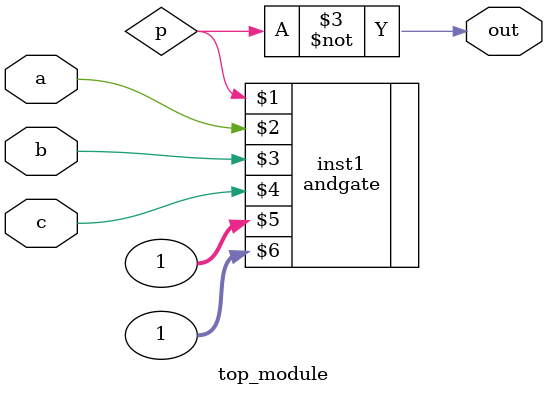
<source format=v>
module top_module (input a, input b, input c, output out);//
    wire p;
    andgate inst1 ( p, a, b, c,1,1 );
    assign out=~p;

endmodule

</source>
